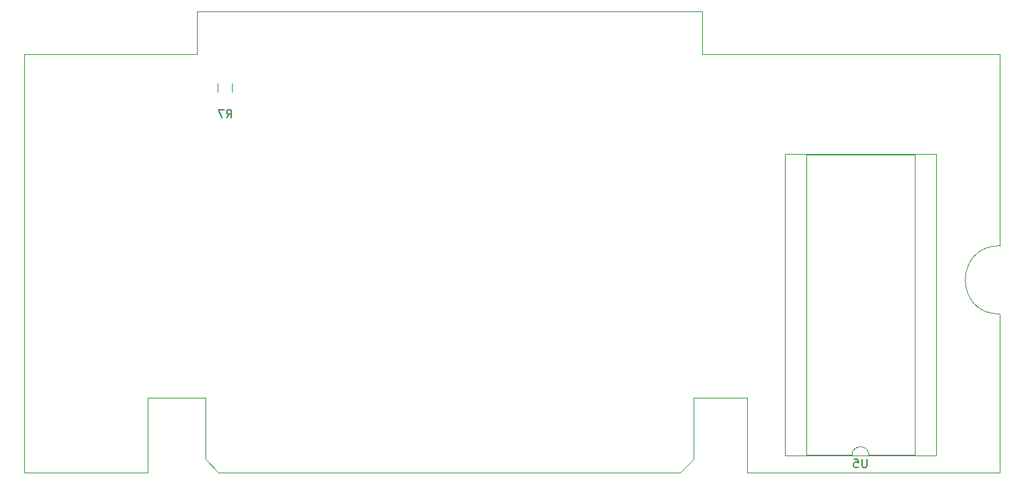
<source format=gbo>
G04 #@! TF.GenerationSoftware,KiCad,Pcbnew,(5.1.5)-3*
G04 #@! TF.CreationDate,2020-04-27T11:33:16-04:00*
G04 #@! TF.ProjectId,VS-Tipi,56532d54-6970-4692-9e6b-696361645f70,V0*
G04 #@! TF.SameCoordinates,Original*
G04 #@! TF.FileFunction,Legend,Bot*
G04 #@! TF.FilePolarity,Positive*
%FSLAX46Y46*%
G04 Gerber Fmt 4.6, Leading zero omitted, Abs format (unit mm)*
G04 Created by KiCad (PCBNEW (5.1.5)-3) date 2020-04-27 11:33:16*
%MOMM*%
%LPD*%
G04 APERTURE LIST*
%ADD10C,0.025400*%
%ADD11C,0.120000*%
%ADD12C,0.150000*%
G04 APERTURE END LIST*
D10*
X138633200Y-145161000D02*
X140208000Y-143586200D01*
X82296000Y-143586200D02*
X83870800Y-145161000D01*
X176530000Y-118237000D02*
X176530000Y-95504000D01*
X81280000Y-90424000D02*
X141224000Y-90424000D01*
X141224000Y-90424000D02*
X141224000Y-95504000D01*
X81280000Y-95504000D02*
X81280000Y-90424000D01*
X146558000Y-145161000D02*
X176530000Y-145161000D01*
X176530000Y-118237000D02*
G75*
G03X176530000Y-126365000I0J-4064000D01*
G01*
X141224000Y-95504000D02*
X176530000Y-95504000D01*
X83870800Y-145161000D02*
X138633200Y-145161000D01*
X60833000Y-95504000D02*
X81280000Y-95504000D01*
X75438000Y-145161000D02*
X75438000Y-136271000D01*
X60833000Y-145161000D02*
X60833000Y-95504000D01*
X75438000Y-145161000D02*
X60833000Y-145161000D01*
X176530000Y-145161000D02*
X176530000Y-126365000D01*
X146558000Y-136271000D02*
X146558000Y-145161000D01*
X140208000Y-136271000D02*
X146558000Y-136271000D01*
X140208000Y-143586200D02*
X140208000Y-136271000D01*
X82296000Y-136271000D02*
X82296000Y-143586200D01*
X75438000Y-136271000D02*
X82296000Y-136271000D01*
D11*
X85432000Y-98971800D02*
X85432000Y-99971800D01*
X83732000Y-99971800D02*
X83732000Y-98971800D01*
X168970000Y-143172800D02*
X151070000Y-143172800D01*
X168970000Y-107372800D02*
X168970000Y-143172800D01*
X151070000Y-107372800D02*
X168970000Y-107372800D01*
X151070000Y-143172800D02*
X151070000Y-107372800D01*
X166480000Y-143112800D02*
X161020000Y-143112800D01*
X166480000Y-107432800D02*
X166480000Y-143112800D01*
X153560000Y-107432800D02*
X166480000Y-107432800D01*
X153560000Y-143112800D02*
X153560000Y-107432800D01*
X159020000Y-143112800D02*
X153560000Y-143112800D01*
X161020000Y-143112800D02*
G75*
G03X159020000Y-143112800I-1000000J0D01*
G01*
D12*
X84812166Y-103055680D02*
X85145500Y-102579490D01*
X85383595Y-103055680D02*
X85383595Y-102055680D01*
X85002642Y-102055680D01*
X84907404Y-102103300D01*
X84859785Y-102150919D01*
X84812166Y-102246157D01*
X84812166Y-102389014D01*
X84859785Y-102484252D01*
X84907404Y-102531871D01*
X85002642Y-102579490D01*
X85383595Y-102579490D01*
X84478833Y-102055680D02*
X83812166Y-102055680D01*
X84240738Y-103055680D01*
X160781904Y-143565180D02*
X160781904Y-144374704D01*
X160734285Y-144469942D01*
X160686666Y-144517561D01*
X160591428Y-144565180D01*
X160400952Y-144565180D01*
X160305714Y-144517561D01*
X160258095Y-144469942D01*
X160210476Y-144374704D01*
X160210476Y-143565180D01*
X159258095Y-143565180D02*
X159734285Y-143565180D01*
X159781904Y-144041371D01*
X159734285Y-143993752D01*
X159639047Y-143946133D01*
X159400952Y-143946133D01*
X159305714Y-143993752D01*
X159258095Y-144041371D01*
X159210476Y-144136609D01*
X159210476Y-144374704D01*
X159258095Y-144469942D01*
X159305714Y-144517561D01*
X159400952Y-144565180D01*
X159639047Y-144565180D01*
X159734285Y-144517561D01*
X159781904Y-144469942D01*
M02*

</source>
